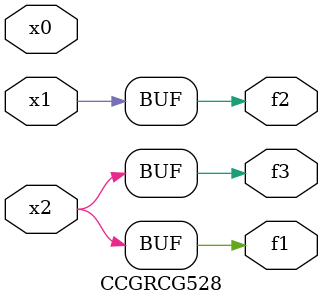
<source format=v>
module CCGRCG528(
	input x0, x1, x2,
	output f1, f2, f3
);
	assign f1 = x2;
	assign f2 = x1;
	assign f3 = x2;
endmodule

</source>
